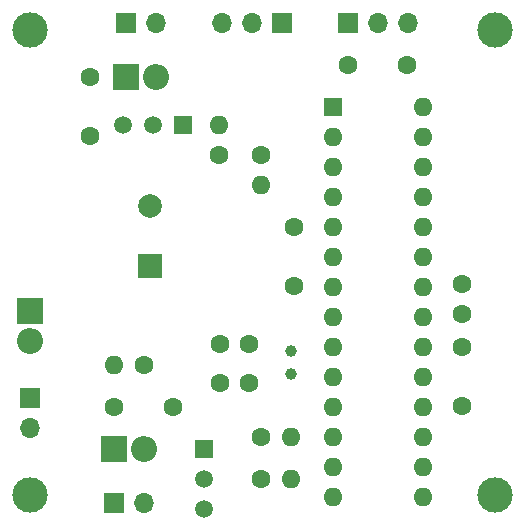
<source format=gts>
G04 #@! TF.GenerationSoftware,KiCad,Pcbnew,(6.0.10-0)*
G04 #@! TF.CreationDate,2023-01-23T21:40:21-08:00*
G04 #@! TF.ProjectId,timer,74696d65-722e-46b6-9963-61645f706362,rev?*
G04 #@! TF.SameCoordinates,Original*
G04 #@! TF.FileFunction,Soldermask,Top*
G04 #@! TF.FilePolarity,Negative*
%FSLAX46Y46*%
G04 Gerber Fmt 4.6, Leading zero omitted, Abs format (unit mm)*
G04 Created by KiCad (PCBNEW (6.0.10-0)) date 2023-01-23 21:40:21*
%MOMM*%
%LPD*%
G01*
G04 APERTURE LIST*
%ADD10C,3.000000*%
%ADD11R,1.600000X1.600000*%
%ADD12O,1.600000X1.600000*%
%ADD13C,1.000000*%
%ADD14C,1.600000*%
%ADD15R,2.200000X2.200000*%
%ADD16O,2.200000X2.200000*%
%ADD17R,1.700000X1.700000*%
%ADD18O,1.700000X1.700000*%
%ADD19R,2.000000X2.000000*%
%ADD20C,2.000000*%
%ADD21R,1.500000X1.500000*%
%ADD22C,1.500000*%
G04 APERTURE END LIST*
D10*
X165100000Y-73025000D03*
X165100000Y-112395000D03*
X125730000Y-112395000D03*
X125730000Y-73025000D03*
D11*
X151384000Y-79502000D03*
D12*
X151384000Y-82042000D03*
X151384000Y-84582000D03*
X151384000Y-87122000D03*
X151384000Y-89662000D03*
X151384000Y-92202000D03*
X151384000Y-94742000D03*
X151384000Y-97282000D03*
X151384000Y-99822000D03*
X151384000Y-102362000D03*
X151384000Y-104902000D03*
X151384000Y-107442000D03*
X151384000Y-109982000D03*
X151384000Y-112522000D03*
X159004000Y-112522000D03*
X159004000Y-109982000D03*
X159004000Y-107442000D03*
X159004000Y-104902000D03*
X159004000Y-102362000D03*
X159004000Y-99822000D03*
X159004000Y-97282000D03*
X159004000Y-94742000D03*
X159004000Y-92202000D03*
X159004000Y-89662000D03*
X159004000Y-87122000D03*
X159004000Y-84582000D03*
X159004000Y-82042000D03*
X159004000Y-79502000D03*
D13*
X147828000Y-102108000D03*
X147828000Y-100208000D03*
D14*
X148082000Y-94702000D03*
X148082000Y-89702000D03*
X162306000Y-99822000D03*
X162306000Y-104822000D03*
X130810000Y-76962000D03*
X130810000Y-81962000D03*
X132842000Y-104902000D03*
X137842000Y-104902000D03*
X162306000Y-97028000D03*
X162306000Y-94528000D03*
X144272000Y-102870000D03*
X141772000Y-102870000D03*
X144272000Y-99568000D03*
X141772000Y-99568000D03*
D15*
X133858000Y-76962000D03*
D16*
X136398000Y-76962000D03*
D15*
X132842000Y-108458000D03*
D16*
X135382000Y-108458000D03*
D17*
X133858000Y-72390000D03*
D18*
X136398000Y-72390000D03*
D17*
X147066000Y-72390000D03*
D18*
X144526000Y-72390000D03*
X141986000Y-72390000D03*
D14*
X145288000Y-83566000D03*
D12*
X145288000Y-86106000D03*
D14*
X145288000Y-110998000D03*
D12*
X147828000Y-110998000D03*
D17*
X132842000Y-113030000D03*
D18*
X135382000Y-113030000D03*
D17*
X152654000Y-72390000D03*
D18*
X155194000Y-72390000D03*
X157734000Y-72390000D03*
D17*
X125730000Y-104140000D03*
D18*
X125730000Y-106680000D03*
D19*
X135890000Y-92964000D03*
D20*
X135890000Y-87964000D03*
D21*
X138684000Y-81026000D03*
D22*
X136144000Y-81026000D03*
X133604000Y-81026000D03*
D21*
X140462000Y-108458000D03*
D22*
X140462000Y-110998000D03*
X140462000Y-113538000D03*
D14*
X145288000Y-107442000D03*
D12*
X147828000Y-107442000D03*
D14*
X152654000Y-75946000D03*
X157654000Y-75946000D03*
X135382000Y-101346000D03*
D12*
X132842000Y-101346000D03*
D14*
X141732000Y-83566000D03*
D12*
X141732000Y-81026000D03*
D15*
X125730000Y-96774000D03*
D16*
X125730000Y-99314000D03*
M02*

</source>
